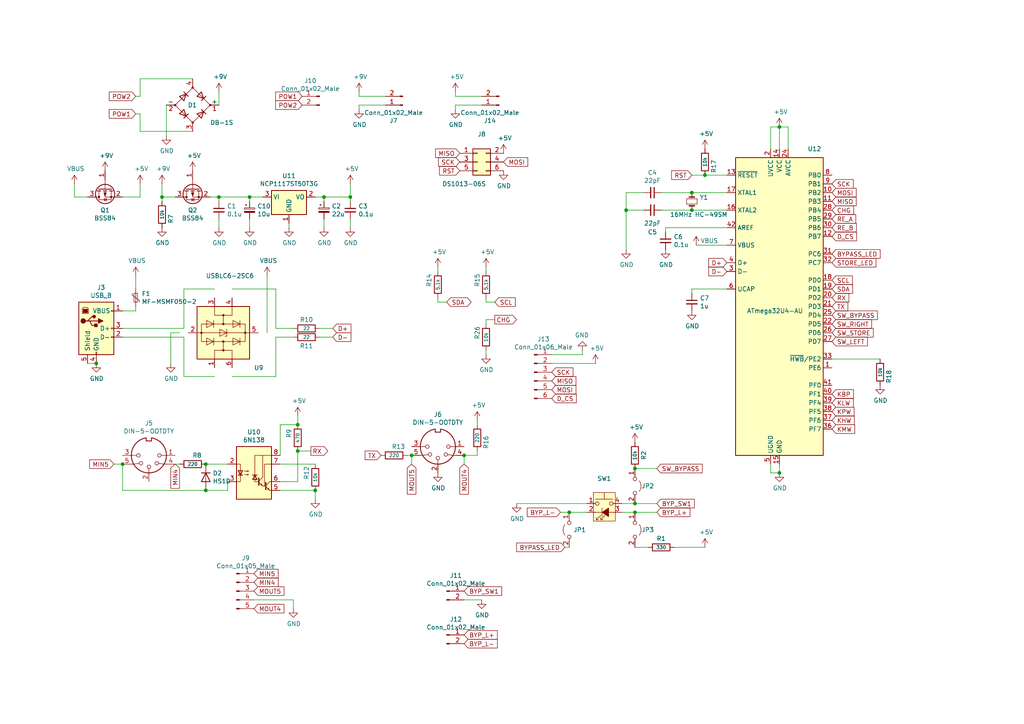
<source format=kicad_sch>
(kicad_sch (version 20230121) (generator eeschema)
  (paper "A4")
  (lib_symbols
    (symbol "Connector:Conn_01x02_Pin" (pin_names (offset 1.016) hide)
      (property "Reference" "J" (at 0 2.54 0))
      (property "Value" "Conn_01x02_Pin" (at 0 -5.08 0))
      (symbol "Conn_01x02_Pin_1_1"
        (pin passive line (at 5.08 0 180) (length 3.81) (name "Pin_1") (number "1"))
        (pin passive line (at 5.08 -2.54 180) (length 3.81) (name "Pin_2") (number "2"))
      )
    )
    (symbol "Connector:Conn_01x05_Pin" (pin_names (offset 1.016) hide)
      (property "Reference" "J" (at 0 7.62 0))
      (property "Value" "Conn_01x05_Pin" (at 0 -7.62 0))
      (symbol "Conn_01x05_Pin_1_1"
        (pin passive line (at 5.08 5.08 180) (length 3.81) (name "Pin_1") (number "1"))
        (pin passive line (at 5.08 2.54 180) (length 3.81) (name "Pin_2") (number "2"))
        (pin passive line (at 5.08 0 180) (length 3.81) (name "Pin_3") (number "3"))
        (pin passive line (at 5.08 -2.54 180) (length 3.81) (name "Pin_4") (number "4"))
        (pin passive line (at 5.08 -5.08 180) (length 3.81) (name "Pin_5") (number "5"))
      )
    )
    (symbol "Connector:Conn_01x06_Pin" (pin_names (offset 1.016) hide)
      (property "Reference" "J" (at 0 7.62 0))
      (property "Value" "Conn_01x06_Pin" (at 0 -10.16 0))
      (symbol "Conn_01x06_Pin_1_1"
        (pin passive line (at 5.08 5.08 180) (length 3.81) (name "Pin_1") (number "1"))
        (pin passive line (at 5.08 2.54 180) (length 3.81) (name "Pin_2") (number "2"))
        (pin passive line (at 5.08 0 180) (length 3.81) (name "Pin_3") (number "3"))
        (pin passive line (at 5.08 -2.54 180) (length 3.81) (name "Pin_4") (number "4"))
        (pin passive line (at 5.08 -5.08 180) (length 3.81) (name "Pin_5") (number "5"))
        (pin passive line (at 5.08 -7.62 180) (length 3.81) (name "Pin_6") (number "6"))
      )
    )
    (symbol "Connector:DIN-5_180degree" (pin_names (offset 1.016))
      (property "Reference" "J" (at 3.175 5.715 0))
      (property "Value" "DIN-5_180degree" (at 0 -6.35 0))
      (symbol "DIN-5_180degree_1_1"
        (pin passive line (at -7.62 0 0) (length 2.54) (name "~") (number "1"))
        (pin passive line (at 0 7.62 270) (length 2.54) (name "~") (number "2"))
        (pin passive line (at 7.62 0 180) (length 2.54) (name "~") (number "3"))
        (pin passive line (at -7.62 2.54 0) (length 2.54) (name "~") (number "4"))
        (pin passive line (at 7.62 2.54 180) (length 2.54) (name "~") (number "5"))
      )
    )
    (symbol "Connector:USB_B" (pin_names (offset 1.016))
      (property "Reference" "J" (at -5.08 11.43 0))
      (property "Value" "USB_B" (at -5.08 8.89 0))
      (symbol "USB_B_1_1"
        (pin power_out line (at 7.62 5.08 180) (length 2.54) (name "VBUS") (number "1"))
        (pin bidirectional line (at 7.62 -2.54 180) (length 2.54) (name "D-") (number "2"))
        (pin bidirectional line (at 7.62 0 180) (length 2.54) (name "D+") (number "3"))
        (pin power_out line (at 0 -10.16 90) (length 2.54) (name "GND") (number "4"))
        (pin passive line (at -2.54 -10.16 90) (length 2.54) (name "Shield") (number "5"))
      )
    )
    (symbol "Connector_Generic:Conn_02x03_Odd_Even" (pin_names (offset 1.016) hide)
      (property "Reference" "J" (at 1.27 5.08 0))
      (property "Value" "Conn_02x03_Odd_Even" (at 1.27 -5.08 0))
      (symbol "Conn_02x03_Odd_Even_1_1"
        (pin passive line (at -5.08 2.54 0) (length 3.81) (name "Pin_1") (number "1"))
        (pin passive line (at 7.62 2.54 180) (length 3.81) (name "Pin_2") (number "2"))
        (pin passive line (at -5.08 0 0) (length 3.81) (name "Pin_3") (number "3"))
        (pin passive line (at 7.62 0 180) (length 3.81) (name "Pin_4") (number "4"))
        (pin passive line (at -5.08 -2.54 0) (length 3.81) (name "Pin_5") (number "5"))
        (pin passive line (at 7.62 -2.54 180) (length 3.81) (name "Pin_6") (number "6"))
      )
    )
    (symbol "Device:C_Polarized_Small" (pin_numbers hide) (pin_names (offset 0.254) hide)
      (property "Reference" "C" (at 0.254 1.778 0))
      (property "Value" "C_Polarized_Small" (at 0.254 -2.032 0))
      (symbol "C_Polarized_Small_1_1"
        (pin passive line (at 0 2.54 270) (length 1.8542) (name "~") (number "1"))
        (pin passive line (at 0 -2.54 90) (length 1.8542) (name "~") (number "2"))
      )
    )
    (symbol "Device:C_Small" (pin_numbers hide) (pin_names (offset 0.254) hide)
      (property "Reference" "C" (at 0.254 1.778 0))
      (property "Value" "C_Small" (at 0.254 -2.032 0))
      (symbol "C_Small_1_1"
        (pin passive line (at 0 2.54 270) (length 2.032) (name "~") (number "1"))
        (pin passive line (at 0 -2.54 90) (length 2.032) (name "~") (number "2"))
      )
    )
    (symbol "Device:Crystal_Small" (pin_numbers hide) (pin_names (offset 1.016) hide)
      (property "Reference" "Y" (at 0 2.54 0))
      (property "Value" "Crystal_Small" (at 0 -2.54 0))
      (symbol "Crystal_Small_1_1"
        (pin passive line (at -2.54 0 0) (length 1.27) (name "1") (number "1"))
        (pin passive line (at 2.54 0 180) (length 1.27) (name "2") (number "2"))
      )
    )
    (symbol "Device:D" (pin_numbers hide) (pin_names (offset 1.016) hide)
      (property "Reference" "D" (at 0 2.54 0))
      (property "Value" "D" (at 0 -2.54 0))
      (symbol "D_1_1"
        (pin passive line (at -3.81 0 0) (length 2.54) (name "K") (number "1"))
        (pin passive line (at 3.81 0 180) (length 2.54) (name "A") (number "2"))
      )
    )
    (symbol "Device:D_Bridge_+-AA" (pin_names (offset 0))
      (property "Reference" "D" (at 2.54 6.985 0))
      (property "Value" "D_Bridge_+-AA" (at 2.54 5.08 0))
      (symbol "D_Bridge_+-AA_1_1"
        (pin passive line (at 7.62 0 180) (length 2.54) (name "+") (number "1"))
        (pin passive line (at -7.62 0 0) (length 2.54) (name "-") (number "2"))
        (pin passive line (at 0 7.62 270) (length 2.54) (name "~") (number "3"))
        (pin passive line (at 0 -7.62 90) (length 2.54) (name "~") (number "4"))
      )
    )
    (symbol "Device:Polyfuse_Small" (pin_numbers hide) (pin_names (offset 0))
      (property "Reference" "F" (at -1.905 0 90))
      (property "Value" "Polyfuse_Small" (at 1.905 0 90))
      (symbol "Polyfuse_Small_1_1"
        (pin passive line (at 0 2.54 270) (length 0.635) (name "~") (number "1"))
        (pin passive line (at 0 -2.54 90) (length 0.635) (name "~") (number "2"))
      )
    )
    (symbol "Device:R" (pin_numbers hide) (pin_names (offset 0))
      (property "Reference" "R" (at 2.032 0 90))
      (property "Value" "R" (at 0 0 90))
      (symbol "R_1_1"
        (pin passive line (at 0 3.81 270) (length 1.27) (name "~") (number "1"))
        (pin passive line (at 0 -3.81 90) (length 1.27) (name "~") (number "2"))
      )
    )
    (symbol "Isolator:6N138" (pin_names (offset 1.016) hide)
      (property "Reference" "U" (at -4.064 8.89 0))
      (property "Value" "6N138" (at 2.286 8.89 0))
      (symbol "6N138_1_1"
        (pin no_connect line (at -5.08 5.08 0) (length 2.54) hide (name "NC") (number "1"))
        (pin passive line (at -7.62 2.54 0) (length 2.54) (name "C1") (number "2"))
        (pin passive line (at -7.62 -2.54 0) (length 2.54) (name "C2") (number "3"))
        (pin no_connect line (at -5.08 -5.08 0) (length 2.54) hide (name "NC") (number "4"))
        (pin passive line (at 7.62 -5.08 180) (length 2.54) (name "GND") (number "5"))
        (pin passive line (at 7.62 -2.54 180) (length 2.54) (name "VO2") (number "6"))
        (pin passive line (at 7.62 2.54 180) (length 2.54) (name "VO1") (number "7"))
        (pin passive line (at 7.62 5.08 180) (length 2.54) (name "VCC") (number "8"))
      )
    )
    (symbol "Jumper:Jumper_2_Open" (pin_names (offset 0) hide)
      (property "Reference" "JP" (at 0 2.794 0))
      (property "Value" "Jumper_2_Open" (at 0 -2.286 0))
      (symbol "Jumper_2_Open_1_1"
        (pin passive line (at -5.08 0 0) (length 2.54) (name "A") (number "1"))
        (pin passive line (at 5.08 0 180) (length 2.54) (name "B") (number "2"))
      )
    )
    (symbol "MCU_Microchip_ATmega:ATmega32U4-A"
      (property "Reference" "U" (at -12.7 44.45 0))
      (property "Value" "ATmega32U4-A" (at 2.54 -44.45 0))
      (symbol "ATmega32U4-A_1_1"
        (pin bidirectional line (at 15.24 -17.78 180) (length 2.54) (name "PE6") (number "1"))
        (pin bidirectional line (at 15.24 33.02 180) (length 2.54) (name "PB2") (number "10"))
        (pin bidirectional line (at 15.24 30.48 180) (length 2.54) (name "PB3") (number "11"))
        (pin bidirectional line (at 15.24 20.32 180) (length 2.54) (name "PB7") (number "12"))
        (pin input line (at -15.24 38.1 0) (length 2.54) (name "~{RESET}") (number "13"))
        (pin power_in line (at 0 45.72 270) (length 2.54) (name "VCC") (number "14"))
        (pin power_in line (at 0 -45.72 90) (length 2.54) (name "GND") (number "15"))
        (pin output line (at -15.24 27.94 0) (length 2.54) (name "XTAL2") (number "16"))
        (pin input line (at -15.24 33.02 0) (length 2.54) (name "XTAL1") (number "17"))
        (pin bidirectional line (at 15.24 7.62 180) (length 2.54) (name "PD0") (number "18"))
        (pin bidirectional line (at 15.24 5.08 180) (length 2.54) (name "PD1") (number "19"))
        (pin power_in line (at -2.54 45.72 270) (length 2.54) (name "UVCC") (number "2"))
        (pin bidirectional line (at 15.24 2.54 180) (length 2.54) (name "PD2") (number "20"))
        (pin bidirectional line (at 15.24 0 180) (length 2.54) (name "PD3") (number "21"))
        (pin bidirectional line (at 15.24 -5.08 180) (length 2.54) (name "PD5") (number "22"))
        (pin passive line (at 0 -45.72 90) (length 2.54) hide (name "GND") (number "23"))
        (pin power_in line (at 2.54 45.72 270) (length 2.54) (name "AVCC") (number "24"))
        (pin bidirectional line (at 15.24 -2.54 180) (length 2.54) (name "PD4") (number "25"))
        (pin bidirectional line (at 15.24 -7.62 180) (length 2.54) (name "PD6") (number "26"))
        (pin bidirectional line (at 15.24 -10.16 180) (length 2.54) (name "PD7") (number "27"))
        (pin bidirectional line (at 15.24 27.94 180) (length 2.54) (name "PB4") (number "28"))
        (pin bidirectional line (at 15.24 25.4 180) (length 2.54) (name "PB5") (number "29"))
        (pin bidirectional line (at -15.24 10.16 0) (length 2.54) (name "D-") (number "3"))
        (pin bidirectional line (at 15.24 22.86 180) (length 2.54) (name "PB6") (number "30"))
        (pin bidirectional line (at 15.24 15.24 180) (length 2.54) (name "PC6") (number "31"))
        (pin bidirectional line (at 15.24 12.7 180) (length 2.54) (name "PC7") (number "32"))
        (pin bidirectional line (at 15.24 -15.24 180) (length 2.54) (name "~{HWB}/PE2") (number "33"))
        (pin passive line (at 0 45.72 270) (length 2.54) hide (name "VCC") (number "34"))
        (pin passive line (at 0 -45.72 90) (length 2.54) hide (name "GND") (number "35"))
        (pin bidirectional line (at 15.24 -35.56 180) (length 2.54) (name "PF7") (number "36"))
        (pin bidirectional line (at 15.24 -33.02 180) (length 2.54) (name "PF6") (number "37"))
        (pin bidirectional line (at 15.24 -30.48 180) (length 2.54) (name "PF5") (number "38"))
        (pin bidirectional line (at 15.24 -27.94 180) (length 2.54) (name "PF4") (number "39"))
        (pin bidirectional line (at -15.24 12.7 0) (length 2.54) (name "D+") (number "4"))
        (pin bidirectional line (at 15.24 -25.4 180) (length 2.54) (name "PF1") (number "40"))
        (pin bidirectional line (at 15.24 -22.86 180) (length 2.54) (name "PF0") (number "41"))
        (pin passive line (at -15.24 22.86 0) (length 2.54) (name "AREF") (number "42"))
        (pin passive line (at 0 -45.72 90) (length 2.54) hide (name "GND") (number "43"))
        (pin passive line (at 2.54 45.72 270) (length 2.54) hide (name "AVCC") (number "44"))
        (pin passive line (at -2.54 -45.72 90) (length 2.54) (name "UGND") (number "5"))
        (pin passive line (at -15.24 5.08 0) (length 2.54) (name "UCAP") (number "6"))
        (pin input line (at -15.24 17.78 0) (length 2.54) (name "VBUS") (number "7"))
        (pin bidirectional line (at 15.24 38.1 180) (length 2.54) (name "PB0") (number "8"))
        (pin bidirectional line (at 15.24 35.56 180) (length 2.54) (name "PB1") (number "9"))
      )
    )
    (symbol "Power_Protection:USBLC6-2SC6" (pin_names hide)
      (property "Reference" "U" (at 2.54 8.89 0))
      (property "Value" "USBLC6-2SC6" (at 2.54 -8.89 0))
      (symbol "USBLC6-2SC6_1_1"
        (pin passive line (at -10.16 -2.54 0) (length 2.54) (name "I/O1") (number "1"))
        (pin passive line (at 0 -10.16 90) (length 2.54) (name "GND") (number "2"))
        (pin passive line (at 10.16 -2.54 180) (length 2.54) (name "I/O2") (number "3"))
        (pin passive line (at 10.16 2.54 180) (length 2.54) (name "I/O2") (number "4"))
        (pin passive line (at 0 10.16 270) (length 2.54) (name "VBUS") (number "5"))
        (pin passive line (at -10.16 2.54 0) (length 2.54) (name "I/O1") (number "6"))
      )
    )
    (symbol "Regulator_Linear:NCP1117-5.0_SOT223"
      (property "Reference" "U" (at -3.81 3.175 0))
      (property "Value" "NCP1117-5.0_SOT223" (at 0 3.175 0))
      (symbol "NCP1117-5.0_SOT223_1_1"
        (pin power_in line (at 0 -7.62 90) (length 2.54) (name "GND") (number "1"))
        (pin power_out line (at 7.62 0 180) (length 2.54) (name "VO") (number "2"))
        (pin power_in line (at -7.62 0 0) (length 2.54) (name "VI") (number "3"))
      )
    )
    (symbol "Switch:SW_MEC_5G_LED" (pin_names (offset 1.016) hide)
      (property "Reference" "SW" (at 0 7.62 0))
      (property "Value" "SW_MEC_5G_LED" (at 0 -3.81 0))
      (symbol "SW_MEC_5G_LED_0_1"
        (pin passive line (at -5.08 2.54 0) (length 2.54) (name "1") (number "1"))
        (pin passive line (at -5.08 0 0) (length 2.54) (name "2") (number "2"))
        (pin passive line (at 5.08 0 180) (length 2.54) (name "K") (number "3"))
        (pin passive line (at 5.08 2.54 180) (length 2.54) (name "A") (number "4"))
      )
    )
    (symbol "Transistor_FET:BSS84" (pin_names hide)
      (property "Reference" "Q" (at 5.08 1.905 0))
      (property "Value" "BSS84" (at 5.08 0 0))
      (symbol "BSS84_1_1"
        (pin input line (at -5.08 0 0) (length 2.54) (name "G") (number "1"))
        (pin passive line (at 2.54 -5.08 90) (length 2.54) (name "S") (number "2"))
        (pin passive line (at 2.54 5.08 270) (length 2.54) (name "D") (number "3"))
      )
    )
    (symbol "power:+5V" (power) (pin_names (offset 0))
      (property "Value" "+5V" (at 0 3.556 0))
      (symbol "+5V_1_1"
        (pin power_in line (at 0 0 90) (length 0) hide (name "+5V") (number "1"))
      )
    )
    (symbol "power:+9V" (power) (pin_names (offset 0))
      (property "Value" "+9V" (at 0 3.556 0))
      (symbol "+9V_1_1"
        (pin power_in line (at 0 0 90) (length 0) hide (name "+9V") (number "1"))
      )
    )
    (symbol "power:GND" (power) (pin_names (offset 0))
      (property "Value" "GND" (at 0 -3.81 0))
      (symbol "GND_1_1"
        (pin power_in line (at 0 0 270) (length 0) hide (name "GND") (number "1"))
      )
    )
    (symbol "power:VBUS" (power) (pin_names (offset 0))
      (property "Value" "VBUS" (at 0 3.81 0))
      (symbol "VBUS_1_1"
        (pin power_in line (at 0 0 90) (length 0) hide (name "VBUS") (number "1"))
      )
    )
  )
  (junction (at 119.38 132.08))
  (junction (at 226.06 36.83))
  (junction (at 59.69 142.24))
  (junction (at 86.36 123.19))
  (junction (at 134.62 132.08))
  (junction (at 200.66 55.88))
  (junction (at 35.56 134.62))
  (junction (at 101.6 57.15))
  (junction (at 86.36 130.81))
  (junction (at 181.61 60.96))
  (junction (at 59.69 134.62))
  (junction (at 91.44 142.24))
  (junction (at 200.66 60.96))
  (junction (at 184.15 148.59))
  (junction (at 165.1 148.59))
  (junction (at 184.15 146.05))
  (junction (at 226.06 137.16))
  (junction (at 46.99 57.15))
  (junction (at 93.98 57.15))
  (junction (at 27.94 105.41))
  (junction (at 204.47 50.8))
  (junction (at 63.5 57.15))
  (junction (at 184.15 135.89))
  (junction (at 72.39 57.15))
  (wire (pts (xy 92.71 95.25) (xy 96.52 95.25)))
  (wire (pts (xy 92.71 97.79) (xy 96.52 97.79)))
  (wire (pts (xy 210.82 66.04) (xy 193.04 66.04)))
  (wire (pts (xy 81.28 142.24) (xy 91.44 142.24)))
  (wire (pts (xy 200.66 83.82) (xy 210.82 83.82)))
  (wire (pts (xy 39.37 27.94) (xy 40.64 27.94)))
  (wire (pts (xy 165.1 148.59) (xy 170.18 148.59)))
  (wire (pts (xy 134.62 134.62) (xy 134.62 132.08)))
  (wire (pts (xy 186.69 55.88) (xy 181.61 55.88)))
  (wire (pts (xy 72.39 63.5) (xy 72.39 66.04)))
  (wire (pts (xy 80.01 97.79) (xy 85.09 97.79)))
  (wire (pts (xy 48.26 30.48) (xy 48.26 39.37)))
  (wire (pts (xy 49.53 96.52) (xy 49.53 105.41)))
  (wire (pts (xy 40.64 27.94) (xy 40.64 22.86)))
  (wire (pts (xy 25.4 105.41) (xy 27.94 105.41)))
  (wire (pts (xy 184.15 146.05) (xy 190.5 146.05)))
  (wire (pts (xy 35.56 90.17) (xy 39.37 90.17)))
  (wire (pts (xy 80.01 83.82) (xy 80.01 95.25)))
  (wire (pts (xy 21.59 53.34) (xy 21.59 57.15)))
  (wire (pts (xy 223.52 134.62) (xy 223.52 137.16)))
  (wire (pts (xy 91.44 57.15) (xy 93.98 57.15)))
  (wire (pts (xy 53.34 95.25) (xy 53.34 83.82)))
  (wire (pts (xy 63.5 63.5) (xy 63.5 66.04)))
  (wire (pts (xy 180.34 146.05) (xy 184.15 146.05)))
  (wire (pts (xy 81.28 139.7) (xy 86.36 139.7)))
  (wire (pts (xy 223.52 137.16) (xy 226.06 137.16)))
  (wire (pts (xy 226.06 36.83) (xy 226.06 43.18)))
  (wire (pts (xy 134.62 132.08) (xy 138.43 132.08)))
  (wire (pts (xy 63.5 57.15) (xy 63.5 58.42)))
  (wire (pts (xy 127 77.47) (xy 127 78.74)))
  (wire (pts (xy 81.28 132.08) (xy 81.28 123.19)))
  (wire (pts (xy 119.38 134.62) (xy 119.38 132.08)))
  (wire (pts (xy 132.08 30.48) (xy 132.08 31.75)))
  (wire (pts (xy 39.37 83.82) (xy 39.37 80.01)))
  (wire (pts (xy 81.28 123.19) (xy 86.36 123.19)))
  (wire (pts (xy 186.69 60.96) (xy 181.61 60.96)))
  (wire (pts (xy 201.93 71.12) (xy 210.82 71.12)))
  (wire (pts (xy 223.52 36.83) (xy 223.52 43.18)))
  (wire (pts (xy 39.37 33.02) (xy 40.64 33.02)))
  (wire (pts (xy 226.06 36.83) (xy 223.52 36.83)))
  (wire (pts (xy 140.97 77.47) (xy 140.97 78.74)))
  (wire (pts (xy 160.02 105.41) (xy 172.72 105.41)))
  (wire (pts (xy 132.08 26.67) (xy 132.08 27.94)))
  (wire (pts (xy 50.8 134.62) (xy 52.07 134.62)))
  (wire (pts (xy 104.14 31.75) (xy 104.14 30.48)))
  (wire (pts (xy 104.14 30.48) (xy 111.76 30.48)))
  (wire (pts (xy 67.31 83.82) (xy 80.01 83.82)))
  (wire (pts (xy 191.77 55.88) (xy 200.66 55.88)))
  (wire (pts (xy 86.36 139.7) (xy 86.36 130.81)))
  (wire (pts (xy 101.6 53.34) (xy 101.6 57.15)))
  (wire (pts (xy 35.56 97.79) (xy 53.34 97.79)))
  (wire (pts (xy 193.04 66.04) (xy 193.04 67.31)))
  (wire (pts (xy 72.39 57.15) (xy 63.5 57.15)))
  (wire (pts (xy 241.3 104.14) (xy 255.27 104.14)))
  (wire (pts (xy 200.66 50.8) (xy 204.47 50.8)))
  (wire (pts (xy 210.82 60.96) (xy 200.66 60.96)))
  (wire (pts (xy 40.64 22.86) (xy 55.88 22.86)))
  (wire (pts (xy 139.7 30.48) (xy 132.08 30.48)))
  (wire (pts (xy 170.18 146.05) (xy 149.86 146.05)))
  (wire (pts (xy 80.01 95.25) (xy 85.09 95.25)))
  (wire (pts (xy 53.34 109.22) (xy 62.23 109.22)))
  (wire (pts (xy 127 86.36) (xy 127 87.63)))
  (wire (pts (xy 86.36 130.81) (xy 90.17 130.81)))
  (wire (pts (xy 80.01 109.22) (xy 80.01 97.79)))
  (wire (pts (xy 101.6 57.15) (xy 101.6 58.42)))
  (wire (pts (xy 181.61 60.96) (xy 181.61 72.39)))
  (wire (pts (xy 210.82 55.88) (xy 200.66 55.88)))
  (wire (pts (xy 118.11 132.08) (xy 119.38 132.08)))
  (wire (pts (xy 93.98 63.5) (xy 93.98 66.04)))
  (wire (pts (xy 162.56 148.59) (xy 165.1 148.59)))
  (wire (pts (xy 228.6 36.83) (xy 228.6 43.18)))
  (wire (pts (xy 77.47 96.52) (xy 77.47 80.01)))
  (wire (pts (xy 163.83 158.75) (xy 165.1 158.75)))
  (wire (pts (xy 226.06 134.62) (xy 226.06 137.16)))
  (wire (pts (xy 60.96 57.15) (xy 63.5 57.15)))
  (wire (pts (xy 204.47 50.8) (xy 210.82 50.8)))
  (wire (pts (xy 46.99 57.15) (xy 46.99 58.42)))
  (wire (pts (xy 184.15 135.89) (xy 190.5 135.89)))
  (wire (pts (xy 35.56 57.15) (xy 40.64 57.15)))
  (wire (pts (xy 50.8 57.15) (xy 46.99 57.15)))
  (wire (pts (xy 134.62 173.99) (xy 139.7 173.99)))
  (wire (pts (xy 195.58 158.75) (xy 204.47 158.75)))
  (wire (pts (xy 35.56 142.24) (xy 59.69 142.24)))
  (wire (pts (xy 91.44 142.24) (xy 91.44 144.78)))
  (wire (pts (xy 200.66 85.09) (xy 200.66 83.82)))
  (wire (pts (xy 140.97 86.36) (xy 140.97 87.63)))
  (wire (pts (xy 226.06 36.83) (xy 228.6 36.83)))
  (wire (pts (xy 53.34 97.79) (xy 53.34 109.22)))
  (wire (pts (xy 39.37 90.17) (xy 39.37 88.9)))
  (wire (pts (xy 101.6 63.5) (xy 101.6 66.04)))
  (wire (pts (xy 40.64 57.15) (xy 40.64 53.34)))
  (wire (pts (xy 184.15 148.59) (xy 190.5 148.59)))
  (wire (pts (xy 66.04 142.24) (xy 66.04 139.7)))
  (wire (pts (xy 53.34 83.82) (xy 62.23 83.82)))
  (wire (pts (xy 132.08 27.94) (xy 139.7 27.94)))
  (wire (pts (xy 63.5 30.48) (xy 63.5 26.67)))
  (wire (pts (xy 138.43 121.92) (xy 138.43 123.19)))
  (wire (pts (xy 127 87.63) (xy 129.54 87.63)))
  (wire (pts (xy 67.31 109.22) (xy 80.01 109.22)))
  (wire (pts (xy 81.28 134.62) (xy 91.44 134.62)))
  (wire (pts (xy 181.61 55.88) (xy 181.61 60.96)))
  (wire (pts (xy 33.02 134.62) (xy 35.56 134.62)))
  (wire (pts (xy 73.66 173.99) (xy 85.09 173.99)))
  (wire (pts (xy 46.99 53.34) (xy 46.99 57.15)))
  (wire (pts (xy 140.97 92.71) (xy 140.97 93.98)))
  (wire (pts (xy 93.98 57.15) (xy 101.6 57.15)))
  (wire (pts (xy 40.64 38.1) (xy 55.88 38.1)))
  (wire (pts (xy 85.09 173.99) (xy 85.09 176.53)))
  (wire (pts (xy 40.64 33.02) (xy 40.64 38.1)))
  (wire (pts (xy 140.97 87.63) (xy 143.51 87.63)))
  (wire (pts (xy 187.96 158.75) (xy 184.15 158.75)))
  (wire (pts (xy 138.43 132.08) (xy 138.43 130.81)))
  (wire (pts (xy 59.69 142.24) (xy 66.04 142.24)))
  (wire (pts (xy 72.39 58.42) (xy 72.39 57.15)))
  (wire (pts (xy 86.36 120.65) (xy 86.36 123.19)))
  (wire (pts (xy 140.97 101.6) (xy 140.97 102.87)))
  (wire (pts (xy 191.77 60.96) (xy 200.66 60.96)))
  (wire (pts (xy 21.59 57.15) (xy 25.4 57.15)))
  (wire (pts (xy 59.69 134.62) (xy 66.04 134.62)))
  (wire (pts (xy 52.07 96.52) (xy 49.53 96.52)))
  (wire (pts (xy 76.2 57.15) (xy 72.39 57.15)))
  (wire (pts (xy 93.98 58.42) (xy 93.98 57.15)))
  (wire (pts (xy 83.82 64.77) (xy 83.82 66.04)))
  (wire (pts (xy 143.51 92.71) (xy 140.97 92.71)))
  (wire (pts (xy 35.56 134.62) (xy 35.56 142.24)))
  (wire (pts (xy 35.56 95.25) (xy 53.34 95.25)))
  (wire (pts (xy 168.91 102.87) (xy 168.91 101.6)))
  (wire (pts (xy 160.02 102.87) (xy 168.91 102.87)))
  (wire (pts (xy 180.34 148.59) (xy 184.15 148.59)))
  (wire (pts (xy 104.14 26.67) (xy 104.14 27.94)))
  (wire (pts (xy 104.14 27.94) (xy 111.76 27.94)))
  (global_label "D-" (shape input) (at 210.82 78.74 180) (property "Intersheetrefs" "${INTERSHEET_REFS}" (effects hide)))
  (global_label "MOUT5" (shape input) (at 73.66 171.45 0) (property "Intersheetrefs" "${INTERSHEET_REFS}" (effects hide)))
  (global_label "POW2" (shape input) (at 39.37 27.94 180) (property "Intersheetrefs" "${INTERSHEET_REFS}" (effects hide)))
  (global_label "MOSI" (shape input) (at 146.05 46.99 0) (property "Intersheetrefs" "${INTERSHEET_REFS}" (effects hide)))
  (global_label "STORE_LED" (shape input) (at 241.3 76.2 0) (property "Intersheetrefs" "${INTERSHEET_REFS}" (effects hide)))
  (global_label "MOUT4" (shape input) (at 134.62 134.62 270) (property "Intersheetrefs" "${INTERSHEET_REFS}" (effects hide)))
  (global_label "SW_BYPASS" (shape input) (at 190.5 135.89 0) (property "Intersheetrefs" "${INTERSHEET_REFS}" (effects hide)))
  (global_label "SW_LEFT" (shape input) (at 241.3 99.06 0) (property "Intersheetrefs" "${INTERSHEET_REFS}" (effects hide)))
  (global_label "SCL" (shape input) (at 241.3 81.28 0) (property "Intersheetrefs" "${INTERSHEET_REFS}" (effects hide)))
  (global_label "POW2" (shape input) (at 87.63 30.48 180) (property "Intersheetrefs" "${INTERSHEET_REFS}" (effects hide)))
  (global_label "MIN5" (shape input) (at 33.02 134.62 180) (property "Intersheetrefs" "${INTERSHEET_REFS}" (effects hide)))
  (global_label "KPW" (shape input) (at 241.3 119.38 0) (property "Intersheetrefs" "${INTERSHEET_REFS}" (effects hide)))
  (global_label "CHG" (shape input) (at 241.3 60.96 0) (property "Intersheetrefs" "${INTERSHEET_REFS}" (effects hide)))
  (global_label "D_CS" (shape input) (at 241.3 68.58 0) (property "Intersheetrefs" "${INTERSHEET_REFS}" (effects hide)))
  (global_label "RX" (shape input) (at 241.3 86.36 0) (property "Intersheetrefs" "${INTERSHEET_REFS}" (effects hide)))
  (global_label "D_CS" (shape input) (at 160.02 115.57 0) (property "Intersheetrefs" "${INTERSHEET_REFS}" (effects hide)))
  (global_label "MIN4" (shape input) (at 73.66 168.91 0) (property "Intersheetrefs" "${INTERSHEET_REFS}" (effects hide)))
  (global_label "BYPASS_LED" (shape input) (at 163.83 158.75 180) (property "Intersheetrefs" "${INTERSHEET_REFS}" (effects hide)))
  (global_label "SDA" (shape input) (at 241.3 83.82 0) (property "Intersheetrefs" "${INTERSHEET_REFS}" (effects hide)))
  (global_label "RST" (shape input) (at 200.66 50.8 180) (property "Intersheetrefs" "${INTERSHEET_REFS}" (effects hide)))
  (global_label "BYPASS_LED" (shape input) (at 241.3 73.66 0) (property "Intersheetrefs" "${INTERSHEET_REFS}" (effects hide)))
  (global_label "KBP" (shape input) (at 241.3 114.3 0) (property "Intersheetrefs" "${INTERSHEET_REFS}" (effects hide)))
  (global_label "MOUT5" (shape input) (at 119.38 134.62 270) (property "Intersheetrefs" "${INTERSHEET_REFS}" (effects hide)))
  (global_label "BYP_SW1" (shape input) (at 134.62 171.45 0) (property "Intersheetrefs" "${INTERSHEET_REFS}" (effects hide)))
  (global_label "BYP_L+" (shape input) (at 134.62 184.15 0) (property "Intersheetrefs" "${INTERSHEET_REFS}" (effects hide)))
  (global_label "TX" (shape input) (at 110.49 132.08 180) (property "Intersheetrefs" "${INTERSHEET_REFS}" (effects hide)))
  (global_label "SCK" (shape input) (at 241.3 53.34 0) (property "Intersheetrefs" "${INTERSHEET_REFS}" (effects hide)))
  (global_label "MOSI" (shape input) (at 241.3 55.88 0) (property "Intersheetrefs" "${INTERSHEET_REFS}" (effects hide)))
  (global_label "TX" (shape input) (at 241.3 88.9 0) (property "Intersheetrefs" "${INTERSHEET_REFS}" (effects hide)))
  (global_label "SCK" (shape input) (at 160.02 107.95 0) (property "Intersheetrefs" "${INTERSHEET_REFS}" (effects hide)))
  (global_label "BYP_L-" (shape input) (at 162.56 148.59 180) (property "Intersheetrefs" "${INTERSHEET_REFS}" (effects hide)))
  (global_label "SCK" (shape input) (at 133.35 46.99 180) (property "Intersheetrefs" "${INTERSHEET_REFS}" (effects hide)))
  (global_label "D-" (shape input) (at 96.52 97.79 0) (property "Intersheetrefs" "${INTERSHEET_REFS}" (effects hide)))
  (global_label "RE_A" (shape input) (at 241.3 63.5 0) (property "Intersheetrefs" "${INTERSHEET_REFS}" (effects hide)))
  (global_label "MOSI" (shape input) (at 160.02 113.03 0) (property "Intersheetrefs" "${INTERSHEET_REFS}" (effects hide)))
  (global_label "MISO" (shape input) (at 133.35 44.45 180) (property "Intersheetrefs" "${INTERSHEET_REFS}" (effects hide)))
  (global_label "MOUT4" (shape input) (at 73.66 176.53 0) (property "Intersheetrefs" "${INTERSHEET_REFS}" (effects hide)))
  (global_label "MISO" (shape input) (at 160.02 110.49 0) (property "Intersheetrefs" "${INTERSHEET_REFS}" (effects hide)))
  (global_label "RX" (shape output) (at 90.17 130.81 0) (property "Intersheetrefs" "${INTERSHEET_REFS}" (effects hide)))
  (global_label "KHW" (shape input) (at 241.3 121.92 0) (property "Intersheetrefs" "${INTERSHEET_REFS}" (effects hide)))
  (global_label "D+" (shape input) (at 96.52 95.25 0) (property "Intersheetrefs" "${INTERSHEET_REFS}" (effects hide)))
  (global_label "SCL" (shape input) (at 143.51 87.63 0) (property "Intersheetrefs" "${INTERSHEET_REFS}" (effects hide)))
  (global_label "RST" (shape input) (at 133.35 49.53 180) (property "Intersheetrefs" "${INTERSHEET_REFS}" (effects hide)))
  (global_label "RE_B" (shape input) (at 241.3 66.04 0) (property "Intersheetrefs" "${INTERSHEET_REFS}" (effects hide)))
  (global_label "BYP_L-" (shape input) (at 134.62 186.69 0) (property "Intersheetrefs" "${INTERSHEET_REFS}" (effects hide)))
  (global_label "POW1" (shape input) (at 87.63 27.94 180) (property "Intersheetrefs" "${INTERSHEET_REFS}" (effects hide)))
  (global_label "KMW" (shape input) (at 241.3 124.46 0) (property "Intersheetrefs" "${INTERSHEET_REFS}" (effects hide)))
  (global_label "MIN4" (shape input) (at 50.8 134.62 270) (property "Intersheetrefs" "${INTERSHEET_REFS}" (effects hide)))
  (global_label "BYP_L+" (shape input) (at 190.5 148.59 0) (property "Intersheetrefs" "${INTERSHEET_REFS}" (effects hide)))
  (global_label "SW_BYPASS" (shape input) (at 241.3 91.44 0) (property "Intersheetrefs" "${INTERSHEET_REFS}" (effects hide)))
  (global_label "D+" (shape input) (at 210.82 76.2 180) (property "Intersheetrefs" "${INTERSHEET_REFS}" (effects hide)))
  (global_label "BYP_SW1" (shape input) (at 190.5 146.05 0) (property "Intersheetrefs" "${INTERSHEET_REFS}" (effects hide)))
  (global_label "SW_RIGHT" (shape input) (at 241.3 93.98 0) (property "Intersheetrefs" "${INTERSHEET_REFS}" (effects hide)))
  (global_label "SDA" (shape bidirectional) (at 129.54 87.63 0) (property "Intersheetrefs" "${INTERSHEET_REFS}" (effects hide)))
  (global_label "KLW" (shape input) (at 241.3 116.84 0) (property "Intersheetrefs" "${INTERSHEET_REFS}" (effects hide)))
  (global_label "MISO" (shape input) (at 241.3 58.42 0) (property "Intersheetrefs" "${INTERSHEET_REFS}" (effects hide)))
  (global_label "MIN5" (shape input) (at 73.66 166.37 0) (property "Intersheetrefs" "${INTERSHEET_REFS}" (effects hide)))
  (global_label "CHG" (shape output) (at 143.51 92.71 0) (property "Intersheetrefs" "${INTERSHEET_REFS}" (effects hide)))
  (global_label "SW_STORE" (shape input) (at 241.3 96.52 0) (property "Intersheetrefs" "${INTERSHEET_REFS}" (effects hide)))
  (global_label "POW1" (shape input) (at 39.37 33.02 180) (property "Intersheetrefs" "${INTERSHEET_REFS}" (effects hide)))
  (symbol (lib_id "Device:R") (at 88.9 95.25 270) (unit 1)
    (property "Reference" "R10" (at 88.9 92.71 90))
    (property "Value" "22" (at 88.9 95.25 90) (effects (font (size 0.9906 0.9906))))
    (property "Footprint" "Resistor_SMD:R_0805_2012Metric_Pad1.15x1.40mm_HandSolder" (effects hide))
  )
  (symbol (lib_id "Device:R") (at 88.9 97.79 270) (unit 1)
    (property "Reference" "R11" (at 88.9 100.33 90))
    (property "Value" "22" (at 88.9 97.79 90) (effects (font (size 0.9906 0.9906))))
    (property "Footprint" "Resistor_SMD:R_0805_2012Metric_Pad1.15x1.40mm_HandSolder" (effects hide))
  )
  (symbol (lib_id "power:GND") (at 27.94 105.41 0) (unit 1)
    (property "Reference" "#PWR0133" (effects hide))
    (property "Value" "GND" (at 28.067 109.8042 0))
  )
  (symbol (lib_id "power:VBUS") (at 39.37 80.01 0) (unit 1)
    (property "Reference" "#PWR0134" (effects hide))
    (property "Value" "VBUS" (at 39.751 75.6158 0))
  )
  (symbol (lib_id "Power_Protection:USBLC6-2SC6") (at 64.77 96.52 270) (mirror x) (unit 1)
    (property "Reference" "U9" (at 73.66 106.68 90) (effects (justify left)))
    (property "Value" "USBLC6-2SC6" (at 59.69 80.01 90) (effects (justify left)))
    (property "Footprint" "Package_TO_SOT_SMD:SOT-23-6" (effects hide))
    (property "Datasheet" "http://www2.st.com/resource/en/datasheet/CD00050750.pdf" (effects hide))
  )
  (symbol (lib_id "power:GND") (at 49.53 105.41 0) (unit 1)
    (property "Reference" "#PWR0135" (effects hide))
    (property "Value" "GND" (at 49.657 109.8042 0))
  )
  (symbol (lib_id "power:VBUS") (at 77.47 80.01 0) (unit 1)
    (property "Reference" "#PWR0136" (effects hide))
    (property "Value" "VBUS" (at 77.851 75.6158 0))
  )
  (symbol (lib_id "Device:Polyfuse_Small") (at 39.37 86.36 0) (unit 1)
    (property "Reference" "F1" (at 41.0972 85.1916 0) (effects (justify left)))
    (property "Value" "MF-MSMF050-2" (at 41.0972 87.503 0) (effects (justify left)))
    (property "Footprint" "Fuse:Fuse_1812_4532Metric_Pad1.30x3.40mm_HandSolder" (effects hide))
  )
  (symbol (lib_id "Transistor_FET:BSS84") (at 30.48 54.61 90) (mirror x) (unit 1)
    (property "Reference" "Q1" (at 30.48 60.96 90))
    (property "Value" "BSS84" (at 30.48 63.2714 90))
    (property "Footprint" "Package_TO_SOT_SMD:SOT-23" (effects hide))
    (property "Datasheet" "http://assets.nexperia.com/documents/data-sheet/BSS84.pdf" (effects hide))
  )
  (symbol (lib_id "power:+9V") (at 30.48 49.53 0) (unit 1)
    (property "Reference" "#PWR0137" (effects hide))
    (property "Value" "+9V" (at 30.861 45.1358 0))
  )
  (symbol (lib_id "power:+5V") (at 40.64 53.34 0) (unit 1)
    (property "Reference" "#PWR0138" (effects hide))
    (property "Value" "+5V" (at 41.021 48.9458 0))
  )
  (symbol (lib_id "power:VBUS") (at 21.59 53.34 0) (unit 1)
    (property "Reference" "#PWR0139" (effects hide))
    (property "Value" "VBUS" (at 21.971 48.9458 0))
  )
  (symbol (lib_id "power:VBUS") (at 201.93 71.12 0) (unit 1)
    (property "Reference" "#PWR0140" (effects hide))
    (property "Value" "VBUS" (at 205.74 69.85 0))
  )
  (symbol (lib_id "power:GND") (at 226.06 137.16 0) (unit 1)
    (property "Reference" "#PWR0141" (effects hide))
    (property "Value" "GND" (at 226.187 141.5542 0))
  )
  (symbol (lib_id "power:GND") (at 200.66 90.17 0) (unit 1)
    (property "Reference" "#PWR0142" (effects hide))
    (property "Value" "GND" (at 200.787 94.5642 0))
  )
  (symbol (lib_id "Device:C_Small") (at 200.66 87.63 0) (unit 1)
    (property "Reference" "C7" (at 202.9968 86.4616 0) (effects (justify left)))
    (property "Value" "1u" (at 202.9968 88.773 0) (effects (justify left)))
    (property "Footprint" "Capacitor_SMD:C_0805_2012Metric_Pad1.15x1.40mm_HandSolder" (effects hide))
  )
  (symbol (lib_id "Device:C_Small") (at 193.04 69.85 0) (unit 1)
    (property "Reference" "C6" (at 195.3768 68.6816 0) (effects (justify left)))
    (property "Value" "0.1u" (at 195.3768 70.993 0) (effects (justify left)))
    (property "Footprint" "Capacitor_SMD:C_0805_2012Metric_Pad1.15x1.40mm_HandSolder" (effects hide))
  )
  (symbol (lib_id "power:GND") (at 193.04 72.39 0) (unit 1)
    (property "Reference" "#PWR0143" (effects hide))
    (property "Value" "GND" (at 193.167 76.7842 0))
  )
  (symbol (lib_id "Device:Crystal_Small") (at 200.66 58.42 270) (unit 1)
    (property "Reference" "Y1" (at 202.8952 57.2516 90) (effects (justify left)))
    (property "Value" "16MHz HC-49SM" (at 194.31 62.23 90) (effects (justify left)))
    (property "Footprint" "Crystal:Crystal_SMD_HC49-SD" (effects hide))
  )
  (symbol (lib_id "Device:C_Small") (at 189.23 55.88 270) (unit 1)
    (property "Reference" "C4" (at 189.23 50.0634 90))
    (property "Value" "22pF" (at 189.23 52.3748 90))
    (property "Footprint" "Capacitor_SMD:C_0805_2012Metric_Pad1.15x1.40mm_HandSolder" (effects hide))
  )
  (symbol (lib_id "Device:C_Small") (at 189.23 60.96 270) (unit 1)
    (property "Reference" "C5" (at 189.23 67.31 90))
    (property "Value" "22pF" (at 189.23 64.77 90))
    (property "Footprint" "Capacitor_SMD:C_0805_2012Metric_Pad1.15x1.40mm_HandSolder" (effects hide))
  )
  (symbol (lib_id "power:GND") (at 181.61 72.39 0) (unit 1)
    (property "Reference" "#PWR0144" (effects hide))
    (property "Value" "GND" (at 181.737 76.7842 0))
  )
  (symbol (lib_id "power:+5V") (at 226.06 36.83 0) (unit 1)
    (property "Reference" "#PWR0145" (effects hide))
    (property "Value" "+5V" (at 226.441 32.4358 0))
  )
  (symbol (lib_id "Device:R") (at 204.47 46.99 180) (unit 1)
    (property "Reference" "R17" (at 207.01 48.26 90))
    (property "Value" "10k" (at 204.47 46.99 90) (effects (font (size 0.9906 0.9906))))
    (property "Footprint" "Resistor_SMD:R_0805_2012Metric_Pad1.15x1.40mm_HandSolder" (effects hide))
  )
  (symbol (lib_id "power:+5V") (at 204.47 43.18 0) (unit 1)
    (property "Reference" "#PWR0146" (effects hide))
    (property "Value" "+5V" (at 204.851 38.7858 0))
  )
  (symbol (lib_id "Regulator_Linear:NCP1117-5.0_SOT223") (at 83.82 57.15 0) (unit 1)
    (property "Reference" "U11" (at 83.82 51.0032 0))
    (property "Value" "NCP1117ST50T3G" (at 83.82 53.3146 0))
    (property "Footprint" "Package_TO_SOT_SMD:SOT-223-3_TabPin2" (effects hide))
    (property "Datasheet" "http://www.onsemi.com/pub_link/Collateral/NCP1117-D.PDF" (effects hide))
  )
  (symbol (lib_id "Transistor_FET:BSS84") (at 55.88 54.61 90) (mirror x) (unit 1)
    (property "Reference" "Q2" (at 55.88 60.96 90))
    (property "Value" "BSS84" (at 55.88 63.2714 90))
    (property "Footprint" "Package_TO_SOT_SMD:SOT-23" (effects hide))
    (property "Datasheet" "http://assets.nexperia.com/documents/data-sheet/BSS84.pdf" (effects hide))
  )
  (symbol (lib_id "power:+9V") (at 46.99 53.34 0) (unit 1)
    (property "Reference" "#PWR0147" (effects hide))
    (property "Value" "+9V" (at 47.371 48.9458 0))
  )
  (symbol (lib_id "power:+5V") (at 55.88 49.53 0) (unit 1)
    (property "Reference" "#PWR0148" (effects hide))
    (property "Value" "+5V" (at 56.261 45.1358 0))
  )
  (symbol (lib_id "Device:R") (at 46.99 62.23 180) (unit 1)
    (property "Reference" "R7" (at 49.53 63.5 90))
    (property "Value" "10k" (at 46.99 62.23 90) (effects (font (size 0.9906 0.9906))))
    (property "Footprint" "Resistor_SMD:R_0805_2012Metric_Pad1.15x1.40mm_HandSolder" (effects hide))
  )
  (symbol (lib_id "power:GND") (at 46.99 66.04 0) (unit 1)
    (property "Reference" "#PWR0149" (effects hide))
    (property "Value" "GND" (at 47.117 70.4342 0))
  )
  (symbol (lib_id "Device:C_Small") (at 63.5 60.96 0) (unit 1)
    (property "Reference" "C1" (at 65.8368 59.7916 0) (effects (justify left)))
    (property "Value" "0.1u" (at 65.8368 62.103 0) (effects (justify left)))
    (property "Footprint" "Capacitor_SMD:C_0805_2012Metric_Pad1.15x1.40mm_HandSolder" (effects hide))
  )
  (symbol (lib_id "Device:C_Polarized_Small") (at 93.98 60.96 0) (unit 1)
    (property "Reference" "C2" (at 96.2152 59.7916 0) (effects (justify left)))
    (property "Value" "22u" (at 96.2152 62.103 0) (effects (justify left)))
    (property "Footprint" "Capacitor_Tantalum_SMD:CP_EIA-3528-21_Kemet-B_Pad1.50x2.35mm_HandSolder" (effects hide))
  )
  (symbol (lib_id "Device:C_Small") (at 101.6 60.96 0) (unit 1)
    (property "Reference" "C3" (at 103.9368 59.7916 0) (effects (justify left)))
    (property "Value" "0.1u" (at 103.9368 62.103 0) (effects (justify left)))
    (property "Footprint" "Capacitor_SMD:C_0805_2012Metric_Pad1.15x1.40mm_HandSolder" (effects hide))
  )
  (symbol (lib_id "power:GND") (at 83.82 66.04 0) (unit 1)
    (property "Reference" "#PWR0150" (effects hide))
    (property "Value" "GND" (at 83.947 70.4342 0))
  )
  (symbol (lib_id "power:GND") (at 93.98 66.04 0) (unit 1)
    (property "Reference" "#PWR0151" (effects hide))
    (property "Value" "GND" (at 94.107 70.4342 0))
  )
  (symbol (lib_id "power:GND") (at 101.6 66.04 0) (unit 1)
    (property "Reference" "#PWR0152" (effects hide))
    (property "Value" "GND" (at 101.727 70.4342 0))
  )
  (symbol (lib_id "power:GND") (at 63.5 66.04 0) (unit 1)
    (property "Reference" "#PWR0153" (effects hide))
    (property "Value" "GND" (at 63.627 70.4342 0))
  )
  (symbol (lib_id "Device:R") (at 255.27 107.95 180) (unit 1)
    (property "Reference" "R18" (at 257.81 109.22 90))
    (property "Value" "10k" (at 255.27 107.95 90) (effects (font (size 0.9906 0.9906))))
    (property "Footprint" "Resistor_SMD:R_0805_2012Metric_Pad1.15x1.40mm_HandSolder" (effects hide))
  )
  (symbol (lib_id "power:GND") (at 255.27 111.76 0) (unit 1)
    (property "Reference" "#PWR0154" (effects hide))
    (property "Value" "GND" (at 255.397 116.1542 0))
  )
  (symbol (lib_id "Device:D_Bridge_+-AA") (at 55.88 30.48 0) (mirror x) (unit 1)
    (property "Reference" "D1" (at 57.15 30.48 0) (effects (justify right)))
    (property "Value" "DB-1S" (at 60.96 35.56 0) (effects (justify left)))
    (property "Footprint" "Diode_SMD:Diode_Bridge_Vishay_DFS" (effects hide))
  )
  (symbol (lib_id "power:GND") (at 48.26 39.37 0) (unit 1)
    (property "Reference" "#PWR0155" (effects hide))
    (property "Value" "GND" (at 48.387 43.7642 0))
  )
  (symbol (lib_id "power:+9V") (at 63.5 26.67 0) (unit 1)
    (property "Reference" "#PWR0156" (effects hide))
    (property "Value" "+9V" (at 63.881 22.2758 0))
  )
  (symbol (lib_id "Connector:DIN-5_180degree") (at 127 129.54 180) (unit 1)
    (property "Reference" "J6" (at 127 120.2182 0))
    (property "Value" "DIN-5-OOTDTY" (at 127 122.5296 0))
    (property "Datasheet" "http://www.mouser.com/ds/2/18/40_c091_abd_e-75918.pdf" (effects hide))
  )
  (symbol (lib_id "Connector:DIN-5_180degree") (at 43.18 132.08 180) (unit 1)
    (property "Reference" "J5" (at 43.18 122.7582 0))
    (property "Value" "DIN-5-OOTDTY" (at 43.18 125.0696 0))
    (property "Datasheet" "http://www.mouser.com/ds/2/18/40_c091_abd_e-75918.pdf" (effects hide))
  )
  (symbol (lib_id "Isolator:6N138") (at 73.66 137.16 0) (unit 1)
    (property "Reference" "U10" (at 73.66 125.2982 0))
    (property "Value" "6N138" (at 73.66 127.6096 0))
    (property "Footprint" "Package_DIP:DIP-8_W8.89mm_SMDSocket_LongPads" (effects hide))
    (property "Datasheet" "http://www.onsemi.com/pub/Collateral/HCPL2731-D.pdf" (effects hide))
  )
  (symbol (lib_id "Device:R") (at 55.88 134.62 270) (unit 1)
    (property "Reference" "R8" (at 57.15 132.08 90))
    (property "Value" "220" (at 55.88 134.62 90) (effects (font (size 0.9906 0.9906))))
    (property "Footprint" "Resistor_SMD:R_0805_2012Metric_Pad1.15x1.40mm_HandSolder" (effects hide))
  )
  (symbol (lib_id "power:+5V") (at 86.36 120.65 0) (unit 1)
    (property "Reference" "#PWR0157" (effects hide))
    (property "Value" "+5V" (at 86.741 116.2558 0))
  )
  (symbol (lib_id "Device:R") (at 86.36 127 0) (unit 1)
    (property "Reference" "R9" (at 83.82 125.73 90))
    (property "Value" "470" (at 86.36 127 90) (effects (font (size 0.9906 0.9906))))
    (property "Footprint" "Resistor_SMD:R_0805_2012Metric_Pad1.15x1.40mm_HandSolder" (effects hide))
  )
  (symbol (lib_id "Device:R") (at 91.44 138.43 0) (unit 1)
    (property "Reference" "R12" (at 88.9 137.16 90))
    (property "Value" "10k" (at 91.44 138.43 90) (effects (font (size 0.9906 0.9906))))
    (property "Footprint" "Resistor_SMD:R_0805_2012Metric_Pad1.15x1.40mm_HandSolder" (effects hide))
  )
  (symbol (lib_id "power:GND") (at 91.44 144.78 0) (unit 1)
    (property "Reference" "#PWR0158" (effects hide))
    (property "Value" "GND" (at 91.567 149.1742 0))
  )
  (symbol (lib_id "Device:D") (at 59.69 138.43 270) (unit 1)
    (property "Reference" "D2" (at 61.6966 137.2616 90) (effects (justify left)))
    (property "Value" "HS1D" (at 61.6966 139.573 90) (effects (justify left)))
    (property "Footprint" "Diode_SMD:D_SMA" (effects hide))
  )
  (symbol (lib_id "Device:R") (at 138.43 127 180) (unit 1)
    (property "Reference" "R16" (at 140.97 128.27 90))
    (property "Value" "220" (at 138.43 127 90) (effects (font (size 0.9906 0.9906))))
    (property "Footprint" "Resistor_SMD:R_0805_2012Metric_Pad1.15x1.40mm_HandSolder" (effects hide))
  )
  (symbol (lib_id "power:+5V") (at 138.43 121.92 0) (unit 1)
    (property "Reference" "#PWR0159" (effects hide))
    (property "Value" "+5V" (at 138.811 117.5258 0))
  )
  (symbol (lib_id "Device:R") (at 114.3 132.08 270) (unit 1)
    (property "Reference" "R13" (at 115.57 129.54 90))
    (property "Value" "220" (at 114.3 132.08 90) (effects (font (size 0.9906 0.9906))))
    (property "Footprint" "Resistor_SMD:R_0805_2012Metric_Pad1.15x1.40mm_HandSolder" (effects hide))
  )
  (symbol (lib_id "power:GND") (at 127 137.16 0) (unit 1)
    (property "Reference" "#PWR0160" (effects hide))
    (property "Value" "GND" (at 127.127 141.5542 0))
  )
  (symbol (lib_id "Device:R") (at 127 82.55 0) (unit 1)
    (property "Reference" "R14" (at 124.46 81.28 90))
    (property "Value" "5.1k" (at 127 82.55 90) (effects (font (size 0.9906 0.9906))))
    (property "Footprint" "Resistor_SMD:R_0805_2012Metric_Pad1.15x1.40mm_HandSolder" (effects hide))
  )
  (symbol (lib_id "power:+5V") (at 127 77.47 0) (unit 1)
    (property "Reference" "#PWR0161" (effects hide))
    (property "Value" "+5V" (at 127.381 73.0758 0))
  )
  (symbol (lib_id "Device:R") (at 140.97 82.55 0) (unit 1)
    (property "Reference" "R15" (at 138.43 81.28 90))
    (property "Value" "5.1k" (at 140.97 82.55 90) (effects (font (size 0.9906 0.9906))))
    (property "Footprint" "Resistor_SMD:R_0805_2012Metric_Pad1.15x1.40mm_HandSolder" (effects hide))
  )
  (symbol (lib_id "power:+5V") (at 140.97 77.47 0) (unit 1)
    (property "Reference" "#PWR0162" (effects hide))
    (property "Value" "+5V" (at 141.351 73.0758 0))
  )
  (symbol (lib_id "Device:C_Polarized_Small") (at 72.39 60.96 0) (unit 1)
    (property "Reference" "C10" (at 74.6252 59.7916 0) (effects (justify left)))
    (property "Value" "10u" (at 74.6252 62.103 0) (effects (justify left)))
    (property "Footprint" "Capacitor_Tantalum_SMD:CP_EIA-3528-21_Kemet-B_Pad1.50x2.35mm_HandSolder" (effects hide))
  )
  (symbol (lib_id "power:GND") (at 72.39 66.04 0) (unit 1)
    (property "Reference" "#PWR0179" (effects hide))
    (property "Value" "GND" (at 72.517 70.4342 0))
  )
  (symbol (lib_id "Device:R") (at 140.97 97.79 0) (unit 1)
    (property "Reference" "R26" (at 138.43 96.52 90))
    (property "Value" "10k" (at 140.97 97.79 90) (effects (font (size 0.9906 0.9906))))
    (property "Footprint" "Resistor_SMD:R_0805_2012Metric_Pad1.15x1.40mm_HandSolder" (effects hide))
  )
  (symbol (lib_id "power:GND") (at 140.97 102.87 0) (unit 1)
    (property "Reference" "#PWR0178" (effects hide))
    (property "Value" "GND" (at 141.097 107.2642 0))
  )
  (symbol (lib_id "power:+5V") (at 101.6 53.34 0) (unit 1)
    (property "Reference" "#PWR0117" (effects hide))
    (property "Value" "+5V" (at 101.981 48.9458 0))
  )
  (symbol (lib_id "Connector_Generic:Conn_02x03_Odd_Even") (at 138.43 46.99 0) (unit 1)
    (property "Reference" "J8" (at 139.7 38.9382 0))
    (property "Value" "DS1013-06S" (at 134.62 53.34 0))
    (property "Footprint" "Connector_IDC:IDC-Header_2x03_P2.54mm_Vertical" (effects hide))
  )
  (symbol (lib_id "power:+5V") (at 146.05 44.45 0) (unit 1)
    (property "Reference" "#PWR0120" (effects hide))
    (property "Value" "+5V" (at 146.431 40.0558 0))
  )
  (symbol (lib_id "power:GND") (at 146.05 49.53 0) (unit 1)
    (property "Reference" "#PWR0121" (effects hide))
    (property "Value" "GND" (at 146.177 53.9242 0))
  )
  (symbol (lib_id "Device:R") (at 191.77 158.75 270) (unit 1)
    (property "Reference" "R1" (at 191.77 156.21 90))
    (property "Value" "330" (at 191.77 158.75 90) (effects (font (size 0.9906 0.9906))))
    (property "Footprint" "Resistor_SMD:R_0805_2012Metric_Pad1.15x1.40mm_HandSolder" (effects hide))
  )
  (symbol (lib_id "Connector:Conn_01x06_Pin") (at 154.94 107.95 0) (unit 1)
    (property "Reference" "J13" (at 157.6324 98.3488 0))
    (property "Value" "Conn_01x06_Male" (at 157.6324 100.6602 0))
    (property "Footprint" "Connector_JST:JST_EH_B06B-EH-A_1x06_P2.50mm_Vertical" (effects hide))
  )
  (symbol (lib_id "power:+5V") (at 172.72 105.41 0) (unit 1)
    (property "Reference" "#PWR0180" (effects hide))
    (property "Value" "+5V" (at 173.101 101.0158 0))
  )
  (symbol (lib_id "power:GND") (at 168.91 101.6 180) (unit 1)
    (property "Reference" "#PWR0181" (effects hide))
    (property "Value" "GND" (at 168.783 97.2058 0))
  )
  (symbol (lib_id "Connector:Conn_01x02_Pin") (at 92.71 27.94 0) (mirror y) (unit 1)
    (property "Reference" "J10" (at 90.0176 23.4188 0))
    (property "Value" "Conn_01x02_Male" (at 90.0176 25.7302 0))
    (property "Footprint" "Connector_JST:JST_EH_B02B-EH-A_1x02_P2.50mm_Vertical" (effects hide))
  )
  (symbol (lib_id "Connector:Conn_01x05_Pin") (at 68.58 171.45 0) (unit 1)
    (property "Reference" "J9" (at 71.2724 161.8488 0))
    (property "Value" "Conn_01x05_Male" (at 71.2724 164.1602 0))
    (property "Footprint" "Connector_JST:JST_EH_B05B-EH-A_1x05_P2.50mm_Vertical" (effects hide))
  )
  (symbol (lib_id "power:GND") (at 85.09 176.53 0) (unit 1)
    (property "Reference" "#PWR0182" (effects hide))
    (property "Value" "GND" (at 85.217 180.9242 0))
  )
  (symbol (lib_id "Switch:SW_MEC_5G_LED") (at 175.26 148.59 0) (unit 1)
    (property "Reference" "SW1" (at 175.26 138.811 0))
    (property "Value" "SW_MEC_5G_LED" (effects hide))
    (property "Footprint" "bypass_panel:bypass_panel_THT" (effects hide))
    (property "Datasheet" "http://www.apem.com/int/index.php?controller=attachment&id_attachment=488" (effects hide))
  )
  (symbol (lib_id "Device:R") (at 184.15 132.08 180) (unit 1)
    (property "Reference" "R2" (at 186.69 132.08 90))
    (property "Value" "10k" (at 184.15 132.08 90) (effects (font (size 0.9906 0.9906))))
    (property "Footprint" "Resistor_SMD:R_0805_2012Metric_Pad1.15x1.40mm_HandSolder" (effects hide))
  )
  (symbol (lib_id "Connector:Conn_01x02_Pin") (at 116.84 30.48 180) (unit 1)
    (property "Reference" "J7" (at 114.1476 35.0012 0))
    (property "Value" "Conn_01x02_Male" (at 114.1476 32.6898 0))
    (property "Footprint" "Connector_JST:JST_EH_B02B-EH-A_1x02_P2.50mm_Vertical" (effects hide))
  )
  (symbol (lib_id "power:+9V") (at 104.14 26.67 0) (unit 1)
    (property "Reference" "#PWR0118" (effects hide))
    (property "Value" "+9V" (at 104.521 22.2758 0))
  )
  (symbol (lib_id "power:GND") (at 104.14 31.75 0) (unit 1)
    (property "Reference" "#PWR0119" (effects hide))
    (property "Value" "GND" (at 104.267 36.1442 0))
  )
  (symbol (lib_id "Connector:USB_B") (at 27.94 95.25 0) (unit 1)
    (property "Reference" "J3" (at 29.337 83.3882 0))
    (property "Value" "USB_B" (at 29.337 85.6996 0))
    (property "Footprint" "Connector_USB:USB_B_OST_USB-B1HSxx_Horizontal" (effects hide))
    (property "Datasheet" " ~" (effects hide))
  )
  (symbol (lib_id "power:GND") (at 149.86 146.05 0) (unit 1)
    (property "Reference" "#PWR0122" (effects hide))
    (property "Value" "GND" (at 149.987 150.4442 0))
  )
  (symbol (lib_id "power:GND") (at 139.7 173.99 0) (unit 1)
    (property "Reference" "#PWR0183" (effects hide))
    (property "Value" "GND" (at 139.827 178.3842 0))
  )
  (symbol (lib_id "Jumper:Jumper_2_Open") (at 184.15 140.97 270) (unit 1)
    (property "Reference" "JP2" (at 186.055 140.97 90) (effects (justify left)))
    (property "Value" "Jumper_NC_Small" (effects hide))
    (property "Footprint" "Connector_PinHeader_2.54mm:PinHeader_1x02_P2.54mm_Vertical" (effects hide))
  )
  (symbol (lib_id "power:+5V") (at 184.15 128.27 0) (unit 1)
    (property "Reference" "#PWR0131" (effects hide))
    (property "Value" "+5V" (at 184.531 123.8758 0))
  )
  (symbol (lib_id "Jumper:Jumper_2_Open") (at 165.1 153.67 90) (mirror x) (unit 1)
    (property "Reference" "JP1" (at 166.3192 153.67 90) (effects (justify right)))
    (property "Value" "Jumper_NC_Small" (effects hide))
    (property "Footprint" "Connector_PinHeader_2.54mm:PinHeader_1x02_P2.54mm_Vertical" (effects hide))
  )
  (symbol (lib_id "Connector:Conn_01x02_Pin") (at 144.78 30.48 180) (unit 1)
    (property "Reference" "J14" (at 142.0876 35.0012 0))
    (property "Value" "Conn_01x02_Male" (at 142.0876 32.6898 0))
    (property "Footprint" "Connector_JST:JST_EH_B02B-EH-A_1x02_P2.50mm_Vertical" (effects hide))
  )
  (symbol (lib_id "power:GND") (at 132.08 31.75 0) (unit 1)
    (property "Reference" "#PWR0184" (effects hide))
    (property "Value" "GND" (at 132.207 36.1442 0))
  )
  (symbol (lib_id "power:+5V") (at 132.08 26.67 0) (unit 1)
    (property "Reference" "#PWR0185" (effects hide))
    (property "Value" "+5V" (at 132.461 22.2758 0))
  )
  (symbol (lib_id "Jumper:Jumper_2_Open") (at 184.15 153.67 270) (unit 1)
    (property "Reference" "JP3" (at 186.055 153.67 90) (effects (justify left)))
    (property "Value" "Jumper_NC_Small" (effects hide))
    (property "Footprint" "Connector_PinHeader_2.54mm:PinHeader_1x02_P2.54mm_Vertical" (effects hide))
  )
  (symbol (lib_id "power:+5V") (at 204.47 158.75 0) (unit 1)
    (property "Reference" "#PWR0132" (effects hide))
    (property "Value" "+5V" (at 204.851 154.3558 0))
  )
  (symbol (lib_id "Connector:Conn_01x02_Pin") (at 129.54 171.45 0) (unit 1)
    (property "Reference" "J11" (at 132.2324 166.9288 0))
    (property "Value" "Conn_01x02_Male" (at 132.2324 169.2402 0))
    (property "Footprint" "Connector_JST:JST_EH_B02B-EH-A_1x02_P2.50mm_Vertical" (effects hide))
  )
  (symbol (lib_id "Connector:Conn_01x02_Pin") (at 129.54 184.15 0) (unit 1)
    (property "Reference" "J12" (at 132.2324 179.6288 0))
    (property "Value" "Conn_01x02_Male" (at 132.2324 181.9402 0))
    (property "Footprint" "Connector_JST:JST_EH_B02B-EH-A_1x02_P2.50mm_Vertical" (effects hide))
  )
  (symbol (lib_id "MCU_Microchip_ATmega:ATmega32U4-A") (at 226.06 88.9 0) (unit 1)
    (property "Reference" "U12" (at 236.22 43.18 0))
    (property "Value" "ATmega32U4-AU" (at 224.79 90.17 0))
    (property "Footprint" "Package_QFP:TQFP-44_10x10mm_P0.8mm" (effects hide))
    (property "Datasheet" "http://ww1.microchip.com/downloads/en/DeviceDoc/Atmel-7766-8-bit-AVR-ATmega16U4-32U4_Datasheet.pdf" (effects hide))
  )
)
</source>
